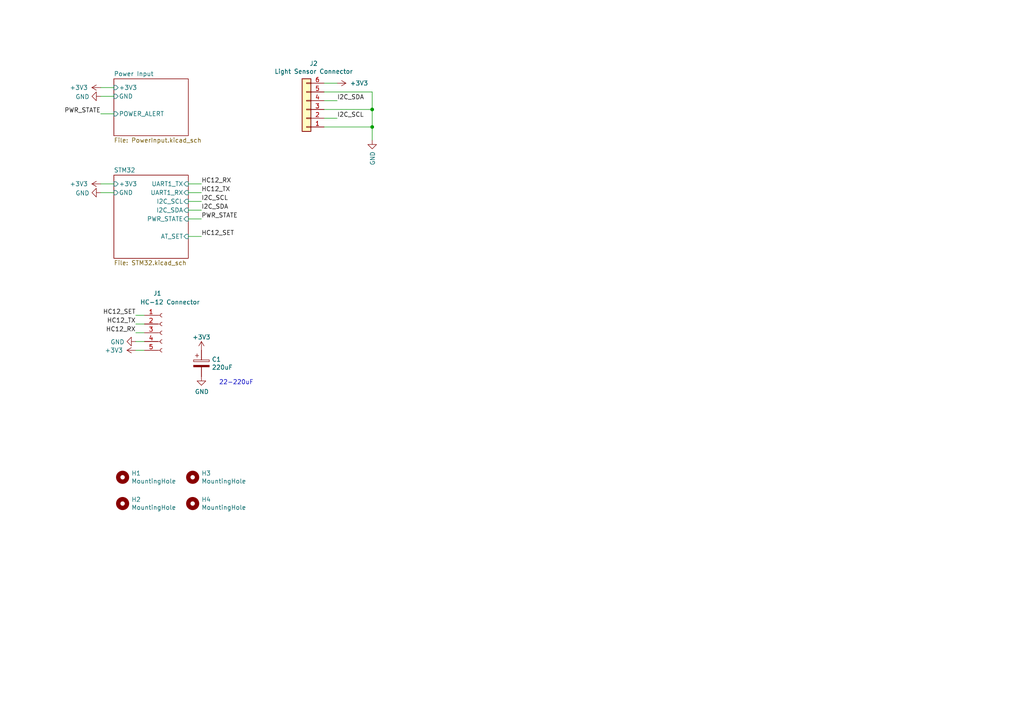
<source format=kicad_sch>
(kicad_sch (version 20211123) (generator eeschema)
  (paper "A4")
  (lib_symbols
    (symbol "Connector:Conn_01x05_Female" (pin_names (offset 1.016) hide)
      (property "Reference" "J" (at 0 7.62 0))
      (property "Value" "Conn_01x05_Female" (at 0 -7.62 0))
      (symbol "Conn_01x05_Female_1_1"
        (arc (start 0 -4.572) (mid -0.508 -5.08) (end 0 -5.588) (stroke (width 0.1524)))
        (arc (start 0 -2.032) (mid -0.508 -2.54) (end 0 -3.048) (stroke (width 0.1524)))
        (polyline (pts (xy -1.27 -5.08) (xy -0.508 -5.08)) (stroke (width 0.1524)))
        (polyline (pts (xy -1.27 -2.54) (xy -0.508 -2.54)) (stroke (width 0.1524)))
        (polyline (pts (xy -1.27 0) (xy -0.508 0)) (stroke (width 0.1524)))
        (polyline (pts (xy -1.27 2.54) (xy -0.508 2.54)) (stroke (width 0.1524)))
        (polyline (pts (xy -1.27 5.08) (xy -0.508 5.08)) (stroke (width 0.1524)))
        (arc (start 0 0.508) (mid -0.508 0) (end 0 -0.508) (stroke (width 0.1524)))
        (arc (start 0 3.048) (mid -0.508 2.54) (end 0 2.032) (stroke (width 0.1524)))
        (arc (start 0 5.588) (mid -0.508 5.08) (end 0 4.572) (stroke (width 0.1524)))
        (pin passive line (at -5.08 5.08 0) (length 3.81) (name "Pin_1") (number "1"))
        (pin passive line (at -5.08 2.54 0) (length 3.81) (name "Pin_2") (number "2"))
        (pin passive line (at -5.08 0 0) (length 3.81) (name "Pin_3") (number "3"))
        (pin passive line (at -5.08 -2.54 0) (length 3.81) (name "Pin_4") (number "4"))
        (pin passive line (at -5.08 -5.08 0) (length 3.81) (name "Pin_5") (number "5"))
      )
    )
    (symbol "Connector_Generic:Conn_01x06" (pin_names (offset 1.016) hide)
      (property "Reference" "J" (at 0 7.62 0))
      (property "Value" "Conn_01x06" (at 0 -10.16 0))
      (symbol "Conn_01x06_1_1"
        (rectangle (start -1.27 -7.493) (end 0 -7.747) (stroke (width 0.1524)))
        (rectangle (start -1.27 -4.953) (end 0 -5.207) (stroke (width 0.1524)))
        (rectangle (start -1.27 -2.413) (end 0 -2.667) (stroke (width 0.1524)))
        (rectangle (start -1.27 0.127) (end 0 -0.127) (stroke (width 0.1524)))
        (rectangle (start -1.27 2.667) (end 0 2.413) (stroke (width 0.1524)))
        (rectangle (start -1.27 5.207) (end 0 4.953) (stroke (width 0.1524)))
        (rectangle (start -1.27 6.35) (end 1.27 -8.89) (stroke (width 0.254)) (fill (type background)))
        (pin passive line (at -5.08 5.08 0) (length 3.81) (name "Pin_1") (number "1"))
        (pin passive line (at -5.08 2.54 0) (length 3.81) (name "Pin_2") (number "2"))
        (pin passive line (at -5.08 0 0) (length 3.81) (name "Pin_3") (number "3"))
        (pin passive line (at -5.08 -2.54 0) (length 3.81) (name "Pin_4") (number "4"))
        (pin passive line (at -5.08 -5.08 0) (length 3.81) (name "Pin_5") (number "5"))
        (pin passive line (at -5.08 -7.62 0) (length 3.81) (name "Pin_6") (number "6"))
      )
    )
    (symbol "Device:CP" (pin_numbers hide) (pin_names (offset 0.254))
      (property "Reference" "C" (at 0.635 2.54 0))
      (property "Value" "Device_CP" (at 0.635 -2.54 0))
      (symbol "CP_0_1"
        (rectangle (start -2.286 0.508) (end 2.286 1.016))
        (polyline (pts (xy -1.778 2.286) (xy -0.762 2.286)))
        (polyline (pts (xy -1.27 2.794) (xy -1.27 1.778)))
        (rectangle (start 2.286 -0.508) (end -2.286 -1.016) (fill (type outline)))
      )
      (symbol "CP_1_1"
        (pin passive line (at 0 3.81 270) (length 2.794) (name "~") (number "1"))
        (pin passive line (at 0 -3.81 90) (length 2.794) (name "~") (number "2"))
      )
    )
    (symbol "Mechanical:MountingHole" (pin_names (offset 1.016))
      (property "Reference" "H" (at 0 5.08 0))
      (property "Value" "MountingHole" (at 0 3.175 0))
      (symbol "MountingHole_0_1"
        (circle (center 0 0) (radius 1.27) (stroke (width 1.27)))
      )
    )
    (symbol "power:+3.3V" (power) (pin_names (offset 0))
      (property "Value" "+3.3V" (at 0 3.556 0))
      (symbol "+3.3V_0_1"
        (polyline (pts (xy -0.762 1.27) (xy 0 2.54)))
        (polyline (pts (xy 0 0) (xy 0 2.54)))
        (polyline (pts (xy 0 2.54) (xy 0.762 1.27)))
      )
      (symbol "+3.3V_1_1"
        (pin power_in line (at 0 0 90) (length 0) hide (name "+3V3") (number "1"))
      )
    )
    (symbol "power:GND" (power) (pin_names (offset 0))
      (property "Value" "GND" (at 0 -3.81 0))
      (symbol "GND_0_1"
        (polyline (pts (xy 0 0) (xy 0 -1.27) (xy 1.27 -1.27) (xy 0 -2.54) (xy -1.27 -1.27) (xy 0 -1.27)))
      )
      (symbol "GND_1_1"
        (pin power_in line (at 0 0 270) (length 0) hide (name "GND") (number "1"))
      )
    )
  )
  (junction (at 107.95 31.75))
  (junction (at 107.95 36.83))
  (wire (pts (xy 58.42 53.34) (xy 54.61 53.34)))
  (wire (pts (xy 39.37 91.44) (xy 41.91 91.44)))
  (wire (pts (xy 33.02 25.4) (xy 29.21 25.4)))
  (wire (pts (xy 93.98 36.83) (xy 107.95 36.83)))
  (wire (pts (xy 58.42 68.58) (xy 54.61 68.58)))
  (wire (pts (xy 97.79 24.13) (xy 93.98 24.13)))
  (wire (pts (xy 39.37 93.98) (xy 41.91 93.98)))
  (wire (pts (xy 33.02 55.88) (xy 29.21 55.88)))
  (wire (pts (xy 29.21 53.34) (xy 33.02 53.34)))
  (wire (pts (xy 93.98 26.67) (xy 107.95 26.67)))
  (wire (pts (xy 107.95 31.75) (xy 107.95 36.83)))
  (wire (pts (xy 93.98 31.75) (xy 107.95 31.75)))
  (wire (pts (xy 107.95 26.67) (xy 107.95 31.75)))
  (wire (pts (xy 58.42 63.5) (xy 54.61 63.5)))
  (wire (pts (xy 29.21 33.02) (xy 33.02 33.02)))
  (wire (pts (xy 54.61 55.88) (xy 58.42 55.88)))
  (wire (pts (xy 97.79 34.29) (xy 93.98 34.29)))
  (wire (pts (xy 54.61 58.42) (xy 58.42 58.42)))
  (wire (pts (xy 39.37 99.06) (xy 41.91 99.06)))
  (wire (pts (xy 58.42 60.96) (xy 54.61 60.96)))
  (wire (pts (xy 39.37 96.52) (xy 41.91 96.52)))
  (wire (pts (xy 39.37 101.6) (xy 41.91 101.6)))
  (wire (pts (xy 107.95 36.83) (xy 107.95 40.64)))
  (wire (pts (xy 29.21 27.94) (xy 33.02 27.94)))
  (wire (pts (xy 93.98 29.21) (xy 97.79 29.21)))
  (text "22-220uF" (at 63.5 111.76 0) (effects (font (size 1.27 1.27)) (justify left bottom)))
  (label "I2C_SDA" (at 58.42 60.96 0))
  (label "HC12_SET" (at 39.37 91.44 180))
  (label "HC12_RX" (at 39.37 96.52 180))
  (label "PWR_STATE" (at 58.42 63.5 0))
  (label "HC12_SET" (at 58.42 68.58 0))
  (label "HC12_TX" (at 39.37 93.98 180))
  (label "HC12_RX" (at 58.42 53.34 0))
  (label "I2C_SCL" (at 58.42 58.42 0))
  (label "I2C_SCL" (at 97.79 34.29 0))
  (label "HC12_TX" (at 58.42 55.88 0))
  (label "I2C_SDA" (at 97.79 29.21 0))
  (label "PWR_STATE" (at 29.21 33.02 180))
  (symbol (lib_id "Connector:Conn_01x05_Female") (at 46.99 96.52 0) (unit 1)
    (property "Reference" "J1" (at 44.45 85.09 0) (effects (justify left)))
    (property "Value" "HC-12 Connector" (at 40.64 87.63 0) (effects (justify left)))
    (property "Footprint" "Connector_PinSocket_2.54mm:PinSocket_1x05_P2.54mm_Vertical" (effects hide))
  )
  (symbol (lib_id "power:+3.3V") (at 39.37 101.6 90) (unit 1)
    (property "Reference" "#PWR06" (effects hide))
    (property "Value" "+3.3V" (at 33.02 101.6 90))
  )
  (symbol (lib_id "power:GND") (at 39.37 99.06 270) (unit 1)
    (property "Reference" "#PWR05" (effects hide))
    (property "Value" "GND" (at 36.1188 99.187 90) (effects (justify right)))
  )
  (symbol (lib_id "Device:CP") (at 58.42 105.41 0) (unit 1)
    (property "Reference" "C1" (at 61.4172 104.2416 0) (effects (justify left)))
    (property "Value" "220uF" (at 61.4172 106.553 0) (effects (justify left)))
    (property "Footprint" "Capacitor_SMD:CP_Elec_8x10.5" (effects hide))
  )
  (symbol (lib_id "power:+3.3V") (at 58.42 101.6 0) (unit 1)
    (property "Reference" "#PWR07" (effects hide))
    (property "Value" "+3.3V" (at 58.42 97.79 0))
  )
  (symbol (lib_id "power:GND") (at 58.42 109.22 0) (unit 1)
    (property "Reference" "#PWR08" (effects hide))
    (property "Value" "GND" (at 58.547 113.6142 0))
  )
  (symbol (lib_id "Mechanical:MountingHole") (at 35.56 138.43 0) (unit 1)
    (property "Reference" "H1" (at 38.1 137.2616 0) (effects (justify left)))
    (property "Value" "MountingHole" (at 38.1 139.573 0) (effects (justify left)))
    (property "Footprint" "MountingHole:MountingHole_3mm_Pad_Via" (effects hide))
  )
  (symbol (lib_id "Mechanical:MountingHole") (at 35.56 146.05 0) (unit 1)
    (property "Reference" "H2" (at 38.1 144.8816 0) (effects (justify left)))
    (property "Value" "MountingHole" (at 38.1 147.193 0) (effects (justify left)))
    (property "Footprint" "MountingHole:MountingHole_3mm_Pad_Via" (effects hide))
  )
  (symbol (lib_id "Mechanical:MountingHole") (at 55.88 138.43 0) (unit 1)
    (property "Reference" "H3" (at 58.42 137.2616 0) (effects (justify left)))
    (property "Value" "MountingHole" (at 58.42 139.573 0) (effects (justify left)))
    (property "Footprint" "MountingHole:MountingHole_3mm_Pad_Via" (effects hide))
  )
  (symbol (lib_id "Mechanical:MountingHole") (at 55.88 146.05 0) (unit 1)
    (property "Reference" "H4" (at 58.42 144.8816 0) (effects (justify left)))
    (property "Value" "MountingHole" (at 58.42 147.193 0) (effects (justify left)))
    (property "Footprint" "MountingHole:MountingHole_3mm_Pad_Via" (effects hide))
  )
  (symbol (lib_id "power:GND") (at 29.21 55.88 270) (unit 1)
    (property "Reference" "#PWR04" (effects hide))
    (property "Value" "GND" (at 25.9588 56.007 90) (effects (justify right)))
  )
  (symbol (lib_id "power:GND") (at 29.21 27.94 270) (unit 1)
    (property "Reference" "#PWR02" (effects hide))
    (property "Value" "GND" (at 25.9588 28.067 90) (effects (justify right)))
  )
  (symbol (lib_id "power:+3.3V") (at 29.21 25.4 90) (unit 1)
    (property "Reference" "#PWR01" (effects hide))
    (property "Value" "+3.3V" (at 22.86 25.4 90))
  )
  (symbol (lib_id "power:+3.3V") (at 29.21 53.34 90) (unit 1)
    (property "Reference" "#PWR03" (effects hide))
    (property "Value" "+3.3V" (at 22.86 53.34 90))
  )
  (symbol (lib_id "Connector_Generic:Conn_01x06") (at 88.9 31.75 180) (unit 1)
    (property "Reference" "J2" (at 90.9828 18.415 0))
    (property "Value" "Light Sensor Connector" (at 90.9828 20.7264 0))
    (property "Footprint" "Custom:AFA07-S06FCA-00" (effects hide))
  )
  (symbol (lib_id "power:+3.3V") (at 97.79 24.13 270) (unit 1)
    (property "Reference" "#PWR09" (effects hide))
    (property "Value" "+3.3V" (at 104.14 24.13 90))
  )
  (symbol (lib_id "power:GND") (at 107.95 40.64 0) (unit 1)
    (property "Reference" "#PWR010" (effects hide))
    (property "Value" "GND" (at 108.077 43.8912 90) (effects (justify right)))
  )
  (sheet (at 33.02 50.8) (size 21.59 24.13)
    (property "Sheet name" "STM32" (at 33.02 50.0884 0) (effects (justify left bottom)))
    (property "Sheet file" "STM32.kicad_sch" (at 33.02 75.5146 0) (effects (justify left top)))
    (pin "UART1_TX" input (at 54.61 53.34 0))
    (pin "UART1_RX" input (at 54.61 55.88 0))
    (pin "PWR_STATE" input (at 54.61 63.5 0))
    (pin "GND" input (at 33.02 55.88 180))
    (pin "+3V3" input (at 33.02 53.34 180))
    (pin "AT_SET" input (at 54.61 68.58 0))
    (pin "I2C_SCL" input (at 54.61 58.42 0))
    (pin "I2C_SDA" input (at 54.61 60.96 0))
  )
  (sheet (at 33.02 22.86) (size 21.59 16.51)
    (property "Sheet name" "Power Input" (at 33.02 22.1484 0) (effects (justify left bottom)))
    (property "Sheet file" "PowerInput.kicad_sch" (at 33.02 39.9546 0) (effects (justify left top)))
    (pin "+3V3" input (at 33.02 25.4 180))
    (pin "GND" input (at 33.02 27.94 180))
    (pin "POWER_ALERT" input (at 33.02 33.02 180))
  )
)
</source>
